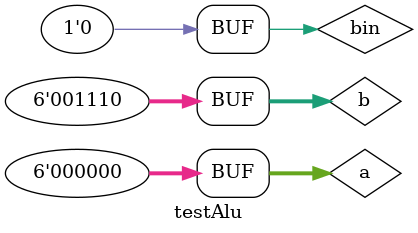
<source format=v>

module fa (output s, output cout, input a, input b, input cin);
   wire w1,w2,w3,w4;
       xor xor1 (w1,a,b);
       xor xor2 (s,c,w1);
       and and1 (w3,a,b);
       and and2 (w4,c,w1);
         or or1 (cout, w3,w4);

endmodule


module fullAdder (output [5:0] s,
                     output cout,
                   input [5:0] a,
                   input [5:0] b,
                   input carryIn);

     reg cin;
     wire w1,w2,w3,w4,w5,w6,w7,w8;

     fa fa1(s[0],w1,a[0],b[0],cin);
     fa fa2(s[1],w2,a[1],b[1],w1);
     fa fa3(s[2],w3,a[2],b[2],w2);
     fa fa4(s[3],w4,a[3],b[3],w3);
     fa fa5(s[4],w5,a[4],b[4],w4);
     fa fa6(s[5],w6,a[5],b[5],w5);


endmodule

module fs (output s, output bout, input a, input b, input bin);
   wire w1,w2,w3,w4,w5,w6;
      
      xor xor1 (w1, a,b);
      not not1 (w2,a);
      and and1 (w3,w2,b);
      xor xor2 (s,w1,bin);
      not not2 (w5, w1);
      and and2 (w6,w5,bin);
      or   or1 (bout,w6,w3);

endmodule

module fullSubtractor(output [5:0] s,
                      output bout,
                      input [5:0] a,
                      input [5:0] b,
                      input bin);
   wire w1,w2,w3,w4,w5;

       fs fs1 (s[5],w1,a[5],b[5],bin);
       fs fs2 (s[4],w2,a[4],b[4],w1);
       fs fs3 (s[3],w3,a[3],b[3],w2);
       fs fs4 (s[2],w4,a[2],b[2],w3);
       fs fs5 (s[1],w5,a[1],b[1],w4);
       fs fs6 (s[0],bout,a[0],b[0],w5);

endmodule

module testAlu;
  reg [5:0] a;
  reg [5:0] b;
  reg bin;
  wire [5:0] s;
  wire bout;

  fullSubtractor fs (s,bout,a,b,bin);

  initial begin
   a=6'b000000; b=6'b000000; bin = 1'b0;
  end

  initial begin
    $display("Teste ALU - Eduardo Botelho");
    $display("s   borrow-out   a   b    borrow-in");
    $monitor("%b %b %b %b %b",s,bout,a,b,bin);

    #1 a=6'b000001;
    #1 a=6'b000011; b=6'b000001;
    #1 a=6'b000000; b=6'b001110;

  end
endmodule
</source>
